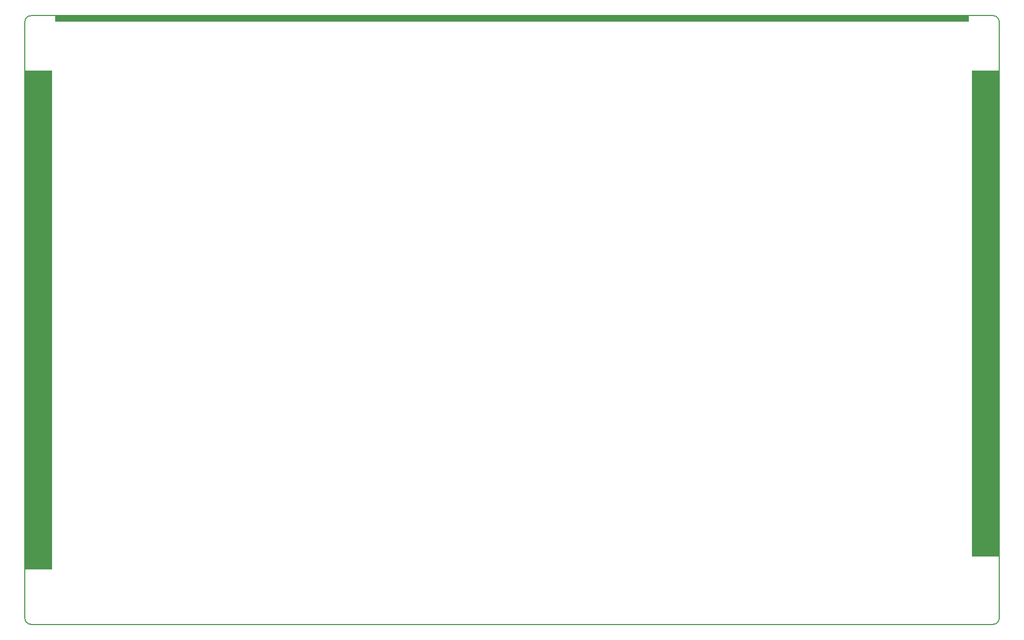
<source format=gko>
G04*
G04 #@! TF.GenerationSoftware,Altium Limited,Altium Designer,21.4.1 (30)*
G04*
G04 Layer_Color=16711935*
%FSLAX25Y25*%
%MOIN*%
G70*
G04*
G04 #@! TF.SameCoordinates,3F7B9525-E0B4-4A28-A4E6-3C1D8492A5F8*
G04*
G04*
G04 #@! TF.FilePolarity,Positive*
G04*
G01*
G75*
%ADD119C,0.00600*%
G36*
X17717Y358268D02*
Y35433D01*
X-0D01*
X-0Y358268D01*
X17717D01*
D02*
G37*
G36*
X610236Y393701D02*
Y389764D01*
X19685D01*
Y393701D01*
X610236D01*
D02*
G37*
G36*
X629921Y358268D02*
X629921Y43750D01*
X612205D01*
X612205Y358268D01*
X629921D01*
D02*
G37*
D119*
X629921Y389764D02*
G03*
X625984Y393701I-3937J0D01*
G01*
X3937D02*
G03*
X0Y389764I0J-3937D01*
G01*
Y3937D02*
G03*
X3937Y0I3937J0D01*
G01*
X625984D02*
G03*
X629921Y3937I0J3937D01*
G01*
X0D02*
Y389764D01*
X3937Y0D02*
X625984D01*
X629921Y3937D02*
Y389764D01*
X3937Y393701D02*
X625984D01*
M02*

</source>
